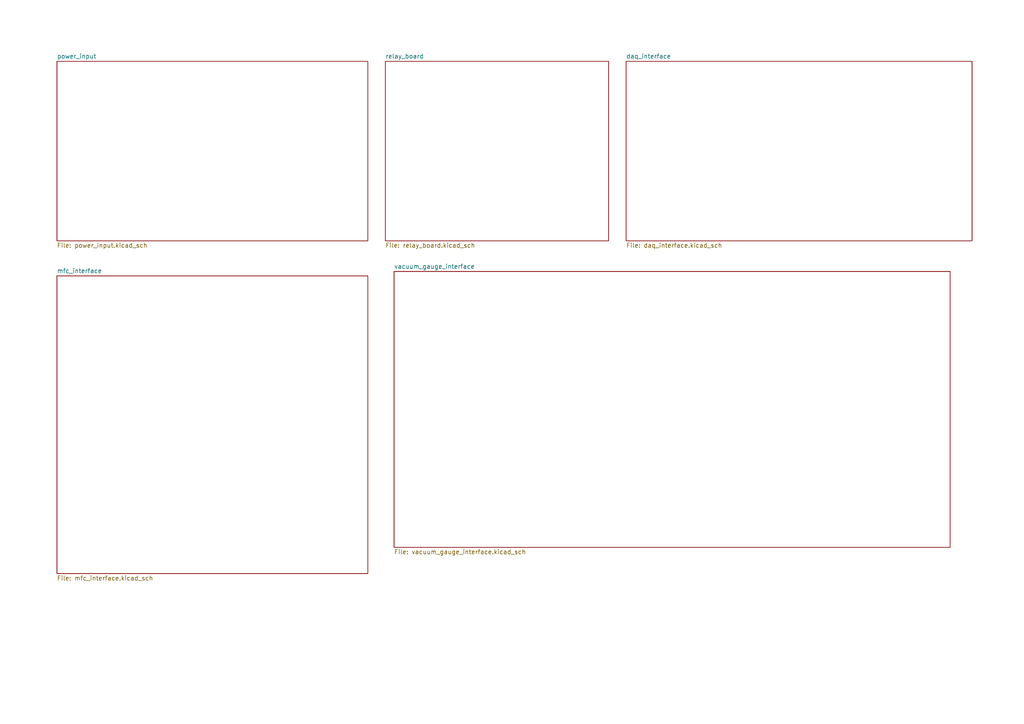
<source format=kicad_sch>
(kicad_sch
	(version 20250114)
	(generator "eeschema")
	(generator_version "9.0")
	(uuid "0db39e9c-e7a7-46b4-b6c2-b1f3e7389c4f")
	(paper "A4")
	(lib_symbols)
	(sheet
		(at 16.51 17.78)
		(size 90.17 52.07)
		(exclude_from_sim no)
		(in_bom yes)
		(on_board yes)
		(dnp no)
		(fields_autoplaced yes)
		(stroke
			(width 0.1524)
			(type solid)
		)
		(fill
			(color 0 0 0 0.0000)
		)
		(uuid "390ad941-9adf-434d-bddb-a30fc87416a5")
		(property "Sheetname" "power_input"
			(at 16.51 17.0684 0)
			(effects
				(font
					(size 1.27 1.27)
				)
				(justify left bottom)
			)
		)
		(property "Sheetfile" "power_input.kicad_sch"
			(at 16.51 70.4346 0)
			(effects
				(font
					(size 1.27 1.27)
				)
				(justify left top)
			)
		)
		(instances
			(project "ald_control_board"
				(path "/0db39e9c-e7a7-46b4-b6c2-b1f3e7389c4f"
					(page "2")
				)
			)
		)
	)
	(sheet
		(at 16.51 80.01)
		(size 90.17 86.36)
		(exclude_from_sim no)
		(in_bom yes)
		(on_board yes)
		(dnp no)
		(fields_autoplaced yes)
		(stroke
			(width 0.1524)
			(type solid)
		)
		(fill
			(color 0 0 0 0.0000)
		)
		(uuid "5277656f-52de-45c3-b917-aff35c1e558f")
		(property "Sheetname" "mfc_interface"
			(at 16.51 79.2984 0)
			(effects
				(font
					(size 1.27 1.27)
				)
				(justify left bottom)
			)
		)
		(property "Sheetfile" "mfc_interface.kicad_sch"
			(at 16.51 166.9546 0)
			(effects
				(font
					(size 1.27 1.27)
				)
				(justify left top)
			)
		)
		(instances
			(project "ald_control_board"
				(path "/0db39e9c-e7a7-46b4-b6c2-b1f3e7389c4f"
					(page "5")
				)
			)
		)
	)
	(sheet
		(at 114.3 78.74)
		(size 161.29 80.01)
		(exclude_from_sim no)
		(in_bom yes)
		(on_board yes)
		(dnp no)
		(fields_autoplaced yes)
		(stroke
			(width 0.1524)
			(type solid)
		)
		(fill
			(color 0 0 0 0.0000)
		)
		(uuid "57abc172-8ca5-41b8-b118-78f4fd51a14c")
		(property "Sheetname" "vacuum_gauge_interface"
			(at 114.3 78.0284 0)
			(effects
				(font
					(size 1.27 1.27)
				)
				(justify left bottom)
			)
		)
		(property "Sheetfile" "vacuum_gauge_interface.kicad_sch"
			(at 114.3 159.3346 0)
			(effects
				(font
					(size 1.27 1.27)
				)
				(justify left top)
			)
		)
		(instances
			(project "ald_control_board"
				(path "/0db39e9c-e7a7-46b4-b6c2-b1f3e7389c4f"
					(page "6")
				)
			)
		)
	)
	(sheet
		(at 181.61 17.78)
		(size 100.33 52.07)
		(exclude_from_sim no)
		(in_bom yes)
		(on_board yes)
		(dnp no)
		(fields_autoplaced yes)
		(stroke
			(width 0.1524)
			(type solid)
		)
		(fill
			(color 0 0 0 0.0000)
		)
		(uuid "a79275c5-8d52-4258-805e-88046f0b4eaf")
		(property "Sheetname" "daq_interface"
			(at 181.61 17.0684 0)
			(effects
				(font
					(size 1.27 1.27)
				)
				(justify left bottom)
			)
		)
		(property "Sheetfile" "daq_interface.kicad_sch"
			(at 181.61 70.4346 0)
			(effects
				(font
					(size 1.27 1.27)
				)
				(justify left top)
			)
		)
		(instances
			(project "ald_control_board"
				(path "/0db39e9c-e7a7-46b4-b6c2-b1f3e7389c4f"
					(page "4")
				)
			)
		)
	)
	(sheet
		(at 111.76 17.78)
		(size 64.77 52.07)
		(exclude_from_sim no)
		(in_bom yes)
		(on_board yes)
		(dnp no)
		(fields_autoplaced yes)
		(stroke
			(width 0.1524)
			(type solid)
		)
		(fill
			(color 0 0 0 0.0000)
		)
		(uuid "f7c6a359-8623-4d62-a80b-5dc912748245")
		(property "Sheetname" "relay_board"
			(at 111.76 17.0684 0)
			(effects
				(font
					(size 1.27 1.27)
				)
				(justify left bottom)
			)
		)
		(property "Sheetfile" "relay_board.kicad_sch"
			(at 111.76 70.4346 0)
			(effects
				(font
					(size 1.27 1.27)
				)
				(justify left top)
			)
		)
		(instances
			(project "ald_control_board"
				(path "/0db39e9c-e7a7-46b4-b6c2-b1f3e7389c4f"
					(page "3")
				)
			)
		)
	)
	(sheet_instances
		(path "/"
			(page "1")
		)
	)
	(embedded_fonts no)
)

</source>
